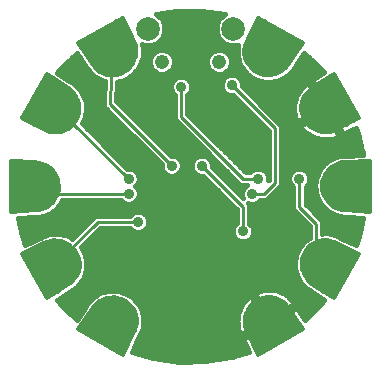
<source format=gbl>
G75*
%MOIN*%
%OFA0B0*%
%FSLAX24Y24*%
%IPPOS*%
%LPD*%
%AMOC8*
5,1,8,0,0,1.08239X$1,22.5*
%
%ADD10C,0.0476*%
%ADD11C,0.0787*%
%ADD12C,0.1266*%
%ADD13C,0.0120*%
%ADD14C,0.0350*%
%ADD15C,0.0100*%
%ADD16C,0.0160*%
D10*
X005225Y010328D03*
X007135Y010328D03*
D11*
X007601Y011430D03*
X004759Y011430D03*
D12*
X003580Y010680D03*
X001680Y008780D03*
X000993Y006180D03*
X001680Y003580D03*
X003580Y001680D03*
X008780Y001680D03*
X010680Y003580D03*
X011368Y006180D03*
X010680Y008780D03*
X008780Y010680D03*
D13*
X009357Y010134D02*
X008190Y010134D01*
X008181Y010142D02*
X008274Y010056D01*
X008380Y009987D01*
X008494Y009935D01*
X008614Y009902D01*
X008738Y009887D01*
X008863Y009891D01*
X008985Y009914D01*
X009103Y009955D01*
X009213Y010014D01*
X009313Y010089D01*
X009400Y010178D01*
X009473Y010280D01*
X009916Y010948D01*
X008444Y011798D01*
X008087Y011080D01*
X008030Y010967D01*
X007992Y010847D01*
X007974Y010722D01*
X007977Y010595D01*
X007999Y010471D01*
X008042Y010352D01*
X008103Y010241D01*
X008181Y010142D01*
X008097Y010253D02*
X009453Y010253D01*
X009533Y010371D02*
X008035Y010371D01*
X007996Y010490D02*
X009612Y010490D01*
X009691Y010608D02*
X007976Y010608D01*
X007975Y010727D02*
X009769Y010727D01*
X009848Y010845D02*
X007992Y010845D01*
X008029Y010964D02*
X009889Y010964D01*
X009684Y011082D02*
X008088Y011082D01*
X008147Y011201D02*
X009478Y011201D01*
X009273Y011319D02*
X008206Y011319D01*
X008265Y011438D02*
X009068Y011438D01*
X008863Y011556D02*
X008324Y011556D01*
X008383Y011675D02*
X008657Y011675D01*
X008452Y011793D02*
X008441Y011793D01*
X008337Y010016D02*
X009215Y010016D01*
X008896Y009897D02*
X008653Y009897D01*
X009899Y008989D02*
X009877Y008865D01*
X009874Y008738D01*
X009892Y008613D01*
X009930Y008493D01*
X009987Y008380D01*
X010060Y008278D01*
X010147Y008189D01*
X010247Y008114D01*
X010357Y008055D01*
X010475Y008014D01*
X010597Y007991D01*
X010722Y007987D01*
X010846Y008002D01*
X010966Y008035D01*
X011080Y008087D01*
X011798Y008444D01*
X010948Y009916D01*
X010280Y009473D01*
X010174Y009404D01*
X010081Y009318D01*
X010003Y009219D01*
X009942Y009108D01*
X009899Y008989D01*
X009892Y008949D02*
X011506Y008949D01*
X011438Y009068D02*
X009927Y009068D01*
X009985Y009186D02*
X011369Y009186D01*
X011301Y009305D02*
X010070Y009305D01*
X010204Y009423D02*
X011233Y009423D01*
X011164Y009542D02*
X010383Y009542D01*
X010562Y009660D02*
X011096Y009660D01*
X011027Y009779D02*
X010741Y009779D01*
X010919Y009897D02*
X010959Y009897D01*
X011575Y008831D02*
X009876Y008831D01*
X009878Y008712D02*
X011643Y008712D01*
X011711Y008594D02*
X009899Y008594D01*
X009939Y008475D02*
X011780Y008475D01*
X011622Y008357D02*
X010004Y008357D01*
X010099Y008238D02*
X011384Y008238D01*
X011145Y008120D02*
X010240Y008120D01*
X010542Y008001D02*
X010840Y008001D01*
X011118Y006945D02*
X011241Y006973D01*
X011368Y006980D01*
X012168Y007030D01*
X012168Y005330D01*
X011368Y005380D01*
X011243Y005392D01*
X011122Y005423D01*
X011007Y005472D01*
X010901Y005538D01*
X010807Y005619D01*
X010725Y005714D01*
X010659Y005820D01*
X010610Y005935D01*
X010580Y006056D01*
X010568Y006180D01*
X010575Y006306D01*
X010602Y006430D01*
X010649Y006547D01*
X010714Y006655D01*
X010796Y006751D01*
X010892Y006833D01*
X011001Y006899D01*
X011118Y006945D01*
X011091Y006935D02*
X012168Y006935D01*
X012168Y006816D02*
X010872Y006816D01*
X010750Y006698D02*
X012168Y006698D01*
X012168Y006579D02*
X010668Y006579D01*
X010614Y006461D02*
X012168Y006461D01*
X012168Y006342D02*
X010583Y006342D01*
X010570Y006224D02*
X012168Y006224D01*
X012168Y006105D02*
X010575Y006105D01*
X010597Y005987D02*
X012168Y005987D01*
X012168Y005868D02*
X010639Y005868D01*
X010703Y005750D02*
X012168Y005750D01*
X012168Y005631D02*
X010796Y005631D01*
X010942Y005513D02*
X012168Y005513D01*
X012168Y005394D02*
X011236Y005394D01*
X010847Y004368D02*
X010722Y004386D01*
X010595Y004383D01*
X010471Y004361D01*
X010352Y004318D01*
X010241Y004257D01*
X010142Y004179D01*
X010056Y004086D01*
X009987Y003980D01*
X009935Y003866D01*
X009902Y003746D01*
X009887Y003622D01*
X009891Y003497D01*
X009914Y003375D01*
X009955Y003257D01*
X010014Y003147D01*
X010089Y003047D01*
X010178Y002960D01*
X010280Y002887D01*
X010948Y002444D01*
X011798Y003916D01*
X011080Y004273D01*
X010967Y004330D01*
X010847Y004368D01*
X010972Y004328D02*
X010378Y004328D01*
X010180Y004209D02*
X011208Y004209D01*
X011447Y004091D02*
X010061Y004091D01*
X009984Y003972D02*
X011685Y003972D01*
X011762Y003854D02*
X009932Y003854D01*
X009900Y003735D02*
X011693Y003735D01*
X011625Y003617D02*
X009887Y003617D01*
X009891Y003498D02*
X011556Y003498D01*
X011488Y003380D02*
X009913Y003380D01*
X009954Y003261D02*
X011420Y003261D01*
X011351Y003143D02*
X010017Y003143D01*
X010113Y003024D02*
X011283Y003024D01*
X011214Y002906D02*
X010254Y002906D01*
X010431Y002787D02*
X011146Y002787D01*
X011078Y002669D02*
X010609Y002669D01*
X010788Y002550D02*
X011009Y002550D01*
X009916Y001412D02*
X008444Y000562D01*
X008087Y001280D01*
X008035Y001394D01*
X008002Y001514D01*
X007987Y001638D01*
X007991Y001763D01*
X008014Y001885D01*
X008055Y002003D01*
X008114Y002113D01*
X008189Y002213D01*
X008278Y002300D01*
X008380Y002373D01*
X008493Y002430D01*
X008613Y002468D01*
X008738Y002486D01*
X008865Y002483D01*
X008989Y002461D01*
X009108Y002418D01*
X009219Y002357D01*
X009318Y002279D01*
X009404Y002186D01*
X009473Y002080D01*
X009916Y001412D01*
X009869Y001484D02*
X008010Y001484D01*
X007991Y001602D02*
X009790Y001602D01*
X009711Y001721D02*
X007989Y001721D01*
X008005Y001839D02*
X009633Y001839D01*
X009554Y001958D02*
X008039Y001958D01*
X008094Y002076D02*
X009475Y002076D01*
X009395Y002195D02*
X008175Y002195D01*
X008296Y002313D02*
X009275Y002313D01*
X009071Y002432D02*
X008499Y002432D01*
X008049Y001365D02*
X009834Y001365D01*
X009629Y001247D02*
X008104Y001247D01*
X008163Y001128D02*
X009424Y001128D01*
X009219Y001010D02*
X008222Y001010D01*
X008280Y000891D02*
X009013Y000891D01*
X008808Y000773D02*
X008339Y000773D01*
X008398Y000654D02*
X008603Y000654D01*
X004368Y001513D02*
X004386Y001638D01*
X004383Y001765D01*
X004361Y001889D01*
X004318Y002008D01*
X004257Y002119D01*
X004179Y002218D01*
X004086Y002304D01*
X003980Y002373D01*
X003866Y002425D01*
X003746Y002458D01*
X003622Y002473D01*
X003497Y002469D01*
X003375Y002446D01*
X003257Y002405D01*
X003147Y002346D01*
X003047Y002271D01*
X002960Y002182D01*
X002887Y002080D01*
X002444Y001412D01*
X003916Y000562D01*
X004273Y001280D01*
X004330Y001393D01*
X004368Y001513D01*
X004358Y001484D02*
X002491Y001484D01*
X002526Y001365D02*
X004316Y001365D01*
X004256Y001247D02*
X002731Y001247D01*
X002936Y001128D02*
X004197Y001128D01*
X004138Y001010D02*
X003141Y001010D01*
X003347Y000891D02*
X004080Y000891D01*
X004021Y000773D02*
X003552Y000773D01*
X003757Y000654D02*
X003962Y000654D01*
X004380Y001602D02*
X002570Y001602D01*
X002649Y001721D02*
X004384Y001721D01*
X004370Y001839D02*
X002727Y001839D01*
X002806Y001958D02*
X004336Y001958D01*
X004281Y002076D02*
X002885Y002076D01*
X002972Y002195D02*
X004197Y002195D01*
X004071Y002313D02*
X003103Y002313D01*
X003333Y002432D02*
X003841Y002432D01*
X002461Y003371D02*
X002483Y003495D01*
X002486Y003622D01*
X002468Y003747D01*
X002430Y003867D01*
X002373Y003980D01*
X002300Y004082D01*
X002213Y004171D01*
X002113Y004246D01*
X002003Y004305D01*
X001885Y004346D01*
X001763Y004369D01*
X001638Y004373D01*
X001514Y004358D01*
X001394Y004325D01*
X001280Y004273D01*
X000562Y003916D01*
X001412Y002444D01*
X002080Y002887D01*
X002186Y002956D01*
X002279Y003042D01*
X002357Y003141D01*
X002418Y003252D01*
X002461Y003371D01*
X002462Y003380D02*
X000872Y003380D01*
X000804Y003498D02*
X002483Y003498D01*
X002486Y003617D02*
X000735Y003617D01*
X000667Y003735D02*
X002469Y003735D01*
X002434Y003854D02*
X000598Y003854D01*
X000675Y003972D02*
X002377Y003972D01*
X002292Y004091D02*
X000913Y004091D01*
X001152Y004209D02*
X002162Y004209D01*
X001939Y004328D02*
X001404Y004328D01*
X001150Y005394D02*
X000193Y005394D01*
X000193Y005330D02*
X000193Y007030D01*
X000993Y006980D01*
X001117Y006968D01*
X001238Y006937D01*
X001353Y006888D01*
X001459Y006822D01*
X001553Y006741D01*
X001635Y006646D01*
X001701Y006540D01*
X001750Y006425D01*
X001780Y006304D01*
X001793Y006180D01*
X001785Y006054D01*
X001758Y005930D01*
X001711Y005813D01*
X001646Y005705D01*
X001564Y005609D01*
X001468Y005527D01*
X001359Y005461D01*
X001242Y005415D01*
X001119Y005387D01*
X000993Y005380D01*
X000193Y005330D01*
X000193Y005513D02*
X001444Y005513D01*
X001583Y005631D02*
X000193Y005631D01*
X000193Y005750D02*
X001673Y005750D01*
X001733Y005868D02*
X000193Y005868D01*
X000193Y005987D02*
X001770Y005987D01*
X001788Y006105D02*
X000193Y006105D01*
X000193Y006224D02*
X001788Y006224D01*
X001771Y006342D02*
X000193Y006342D01*
X000193Y006461D02*
X001735Y006461D01*
X001676Y006579D02*
X000193Y006579D01*
X000193Y006698D02*
X001591Y006698D01*
X001466Y006816D02*
X000193Y006816D01*
X000193Y006935D02*
X001244Y006935D01*
X001513Y007992D02*
X001393Y008030D01*
X001280Y008087D01*
X000562Y008444D01*
X001412Y009916D01*
X002080Y009473D01*
X002182Y009400D01*
X002271Y009313D01*
X002346Y009213D01*
X002405Y009103D01*
X002446Y008985D01*
X002469Y008863D01*
X002473Y008738D01*
X002458Y008614D01*
X002425Y008494D01*
X002373Y008380D01*
X002304Y008274D01*
X002218Y008181D01*
X002119Y008103D01*
X002008Y008042D01*
X001889Y007999D01*
X001765Y007977D01*
X001638Y007974D01*
X001513Y007992D01*
X001486Y008001D02*
X001894Y008001D01*
X002140Y008120D02*
X001215Y008120D01*
X000976Y008238D02*
X002270Y008238D01*
X002357Y008357D02*
X000738Y008357D01*
X000580Y008475D02*
X002416Y008475D01*
X002453Y008594D02*
X000649Y008594D01*
X000717Y008712D02*
X002470Y008712D01*
X002470Y008831D02*
X000785Y008831D01*
X000854Y008949D02*
X002453Y008949D01*
X002417Y009068D02*
X000922Y009068D01*
X000991Y009186D02*
X002360Y009186D01*
X002277Y009305D02*
X001059Y009305D01*
X001127Y009423D02*
X002150Y009423D01*
X001977Y009542D02*
X001196Y009542D01*
X001264Y009660D02*
X001798Y009660D01*
X001619Y009779D02*
X001333Y009779D01*
X001401Y009897D02*
X001441Y009897D01*
X002444Y010948D02*
X003916Y011798D01*
X004273Y011080D01*
X004325Y010966D01*
X004358Y010846D01*
X004373Y010722D01*
X004369Y010597D01*
X004346Y010475D01*
X004305Y010357D01*
X004246Y010247D01*
X004171Y010147D01*
X004082Y010060D01*
X003980Y009987D01*
X003867Y009930D01*
X003747Y009892D01*
X003622Y009874D01*
X003495Y009877D01*
X003371Y009899D01*
X003252Y009942D01*
X003141Y010003D01*
X003042Y010081D01*
X002956Y010174D01*
X002887Y010280D01*
X002444Y010948D01*
X002471Y010964D02*
X004325Y010964D01*
X004358Y010845D02*
X002512Y010845D01*
X002591Y010727D02*
X004373Y010727D01*
X004370Y010608D02*
X002669Y010608D01*
X002748Y010490D02*
X004349Y010490D01*
X004310Y010371D02*
X002827Y010371D01*
X002905Y010253D02*
X004249Y010253D01*
X004158Y010134D02*
X002993Y010134D01*
X003125Y010016D02*
X004020Y010016D01*
X003762Y009897D02*
X003384Y009897D01*
X002676Y011082D02*
X004272Y011082D01*
X004213Y011201D02*
X002882Y011201D01*
X003087Y011319D02*
X004154Y011319D01*
X004095Y011438D02*
X003292Y011438D01*
X003497Y011556D02*
X004036Y011556D01*
X003977Y011675D02*
X003703Y011675D01*
X003908Y011793D02*
X003919Y011793D01*
X002421Y003261D02*
X000940Y003261D01*
X001009Y003143D02*
X002358Y003143D01*
X002259Y003024D02*
X001077Y003024D01*
X001146Y002906D02*
X002108Y002906D01*
X001929Y002787D02*
X001214Y002787D01*
X001282Y002669D02*
X001751Y002669D01*
X001572Y002550D02*
X001351Y002550D01*
D14*
X004430Y004993D03*
X004118Y005930D03*
X004118Y006430D03*
X005555Y006868D03*
X006055Y006868D03*
X006555Y006868D03*
X008243Y006930D03*
X008430Y006430D03*
X008243Y005930D03*
X007930Y004680D03*
X007180Y003680D03*
X009618Y004680D03*
X009805Y006430D03*
X007555Y009555D03*
X007555Y009993D03*
X005868Y009493D03*
X004805Y008805D03*
D15*
X005868Y008493D02*
X005868Y009493D01*
X005868Y008493D02*
X007930Y006430D01*
X008430Y006430D01*
X008243Y005930D02*
X008618Y005930D01*
X008993Y006305D01*
X008993Y008118D01*
X007555Y009555D01*
X006555Y006868D02*
X007936Y005487D01*
X007936Y004686D01*
X007930Y004680D01*
X009805Y005493D02*
X010368Y004930D01*
X010368Y003743D01*
X010680Y003580D01*
X009805Y005493D02*
X009805Y006430D01*
X005555Y006868D02*
X003493Y008930D01*
X003580Y010680D01*
X002180Y008430D02*
X001680Y008780D01*
X002180Y008430D02*
X002180Y008368D01*
X004118Y006430D01*
X004118Y005930D02*
X001243Y005930D01*
X000993Y006180D01*
X003093Y004993D02*
X001680Y003580D01*
X002055Y003805D01*
X003093Y004993D02*
X004430Y004993D01*
D16*
X002624Y002082D02*
X002000Y002082D01*
X001917Y002158D02*
X001729Y002390D01*
X002201Y002704D01*
X002247Y002734D01*
X002267Y002733D01*
X002321Y002782D01*
X002383Y002822D01*
X002385Y002833D01*
X002395Y002834D01*
X002441Y002892D01*
X002495Y002941D01*
X002495Y002952D01*
X002505Y002955D01*
X002541Y003019D01*
X002586Y003077D01*
X002585Y003087D01*
X002595Y003092D01*
X002619Y003161D01*
X002655Y003225D01*
X002652Y003236D01*
X002661Y003242D01*
X002674Y003314D01*
X002698Y003383D01*
X002694Y003392D01*
X002702Y003400D01*
X002703Y003473D01*
X002716Y003545D01*
X002710Y003554D01*
X002716Y003563D01*
X002706Y003635D01*
X002707Y003708D01*
X002700Y003716D01*
X002705Y003726D01*
X002683Y003796D01*
X002672Y003868D01*
X002664Y003875D01*
X002667Y003885D01*
X002634Y003950D01*
X002612Y004020D01*
X002603Y004025D01*
X002605Y004034D01*
X002562Y004094D01*
X002538Y004141D01*
X003179Y004783D01*
X004166Y004783D01*
X004240Y004709D01*
X004363Y004658D01*
X004497Y004658D01*
X004620Y004709D01*
X004714Y004803D01*
X004765Y004926D01*
X004765Y005059D01*
X004714Y005182D01*
X004620Y005276D01*
X004497Y005327D01*
X004363Y005327D01*
X004240Y005276D01*
X004166Y005202D01*
X003006Y005202D01*
X002234Y004431D01*
X002232Y004432D01*
X002173Y004477D01*
X002165Y004476D01*
X002162Y004482D01*
X002092Y004507D01*
X002027Y004542D01*
X002020Y004540D01*
X002015Y004546D01*
X001942Y004559D01*
X001872Y004584D01*
X001866Y004581D01*
X001861Y004586D01*
X001787Y004589D01*
X001714Y004602D01*
X001708Y004598D01*
X001702Y004603D01*
X001628Y004594D01*
X001554Y004596D01*
X001548Y004591D01*
X001542Y004595D01*
X001471Y004575D01*
X001397Y004566D01*
X001392Y004560D01*
X001386Y004563D01*
X001318Y004532D01*
X001246Y004512D01*
X001239Y004498D01*
X001185Y004472D01*
X001106Y004435D01*
X001104Y004431D01*
X000671Y004216D01*
X000594Y004406D01*
X000424Y005124D01*
X001006Y005160D01*
X001060Y005163D01*
X001077Y005153D01*
X001149Y005169D01*
X001222Y005173D01*
X001229Y005181D01*
X001239Y005176D01*
X001307Y005204D01*
X001379Y005220D01*
X001384Y005229D01*
X001395Y005226D01*
X001458Y005264D01*
X001526Y005291D01*
X001530Y005301D01*
X001541Y005300D01*
X001596Y005348D01*
X001659Y005385D01*
X001662Y005396D01*
X001673Y005397D01*
X001720Y005452D01*
X001776Y005500D01*
X001777Y005511D01*
X001787Y005513D01*
X001825Y005576D01*
X001872Y005632D01*
X001872Y005643D01*
X001881Y005647D01*
X001909Y005715D01*
X001912Y005720D01*
X003854Y005720D01*
X003928Y005646D01*
X004051Y005595D01*
X004184Y005595D01*
X004307Y005646D01*
X004401Y005740D01*
X004452Y005863D01*
X004452Y005997D01*
X004401Y006120D01*
X004341Y006180D01*
X004401Y006240D01*
X004452Y006363D01*
X004452Y006497D01*
X004401Y006620D01*
X004307Y006714D01*
X004184Y006765D01*
X004079Y006765D01*
X002568Y008276D01*
X002607Y008336D01*
X002605Y008343D01*
X002612Y008346D01*
X002632Y008418D01*
X002663Y008486D01*
X002660Y008492D01*
X002666Y008497D01*
X002675Y008571D01*
X002695Y008642D01*
X002691Y008648D01*
X002696Y008654D01*
X002694Y008728D01*
X002703Y008802D01*
X002698Y008808D01*
X002702Y008814D01*
X002689Y008887D01*
X002686Y008961D01*
X002681Y008966D01*
X002684Y008972D01*
X002659Y009042D01*
X002646Y009115D01*
X002640Y009120D01*
X002642Y009127D01*
X002607Y009192D01*
X002582Y009262D01*
X002576Y009265D01*
X002577Y009273D01*
X002532Y009332D01*
X002497Y009397D01*
X002490Y009399D01*
X002490Y009407D01*
X002437Y009459D01*
X002392Y009518D01*
X002385Y009519D01*
X002384Y009526D01*
X002323Y009569D01*
X002270Y009621D01*
X002254Y009621D01*
X002205Y009654D01*
X002134Y009705D01*
X002129Y009704D01*
X001726Y009972D01*
X001851Y010130D01*
X002387Y010636D01*
X002704Y010159D01*
X002734Y010113D01*
X002733Y010093D01*
X002782Y010039D01*
X002822Y009977D01*
X002833Y009975D01*
X002834Y009965D01*
X002892Y009919D01*
X002941Y009865D01*
X002952Y009865D01*
X002955Y009855D01*
X003019Y009819D01*
X003077Y009774D01*
X003087Y009775D01*
X003092Y009765D01*
X003161Y009741D01*
X003225Y009705D01*
X003236Y009708D01*
X003242Y009699D01*
X003314Y009686D01*
X003320Y009684D01*
X003287Y009021D01*
X003283Y009017D01*
X003283Y008935D01*
X003278Y008854D01*
X003283Y008849D01*
X003283Y008843D01*
X003340Y008785D01*
X003395Y008725D01*
X003401Y008724D01*
X005220Y006906D01*
X005220Y006801D01*
X005271Y006678D01*
X005365Y006584D01*
X005488Y006533D01*
X005622Y006533D01*
X005745Y006584D01*
X005839Y006678D01*
X005890Y006801D01*
X005890Y006934D01*
X005839Y007057D01*
X005745Y007151D01*
X005622Y007202D01*
X005517Y007202D01*
X003707Y009013D01*
X003739Y009659D01*
X003796Y009677D01*
X003868Y009688D01*
X003875Y009696D01*
X003885Y009693D01*
X003950Y009726D01*
X004020Y009748D01*
X004025Y009757D01*
X004034Y009755D01*
X004094Y009798D01*
X004160Y009832D01*
X004163Y009839D01*
X004170Y009839D01*
X004223Y009891D01*
X004284Y009934D01*
X004285Y009941D01*
X004292Y009942D01*
X004337Y010001D01*
X004390Y010053D01*
X004390Y010061D01*
X004397Y010063D01*
X004432Y010128D01*
X004477Y010187D01*
X004476Y010195D01*
X004482Y010198D01*
X004507Y010268D01*
X004542Y010333D01*
X004540Y010340D01*
X004546Y010345D01*
X004559Y010418D01*
X004584Y010488D01*
X004581Y010494D01*
X004586Y010499D01*
X004589Y010573D01*
X004602Y010646D01*
X004598Y010652D01*
X004603Y010658D01*
X004594Y010732D01*
X004596Y010806D01*
X004591Y010812D01*
X004595Y010818D01*
X004575Y010889D01*
X004572Y010908D01*
X004649Y010876D01*
X004869Y010876D01*
X005072Y010961D01*
X005228Y011116D01*
X005312Y011320D01*
X005312Y011540D01*
X005228Y011744D01*
X005072Y011899D01*
X005034Y011915D01*
X005693Y012021D01*
X006569Y012028D01*
X007335Y011919D01*
X007288Y011899D01*
X007132Y011744D01*
X007048Y011540D01*
X007048Y011320D01*
X007132Y011116D01*
X007288Y010961D01*
X007491Y010876D01*
X007711Y010876D01*
X007778Y010904D01*
X007777Y010896D01*
X007755Y010826D01*
X007760Y010816D01*
X007753Y010808D01*
X007754Y010735D01*
X007744Y010663D01*
X007750Y010654D01*
X007744Y010645D01*
X007757Y010573D01*
X007758Y010500D01*
X007766Y010492D01*
X007762Y010483D01*
X007786Y010414D01*
X007799Y010342D01*
X007808Y010336D01*
X007805Y010325D01*
X007841Y010261D01*
X007865Y010192D01*
X007875Y010187D01*
X007874Y010177D01*
X007919Y010119D01*
X007955Y010055D01*
X007965Y010052D01*
X007965Y010041D01*
X008019Y009992D01*
X008065Y009934D01*
X008075Y009933D01*
X008077Y009922D01*
X008139Y009882D01*
X008193Y009833D01*
X008203Y009833D01*
X008206Y009825D01*
X008274Y009794D01*
X008336Y009753D01*
X008343Y009755D01*
X008346Y009748D01*
X008418Y009728D01*
X008486Y009697D01*
X008492Y009700D01*
X008497Y009694D01*
X008571Y009685D01*
X008642Y009665D01*
X008648Y009669D01*
X008654Y009664D01*
X008728Y009666D01*
X008802Y009657D01*
X008808Y009662D01*
X008814Y009658D01*
X008887Y009671D01*
X008961Y009674D01*
X008966Y009679D01*
X008972Y009676D01*
X009042Y009701D01*
X009115Y009714D01*
X009120Y009720D01*
X009127Y009718D01*
X009192Y009753D01*
X009262Y009778D01*
X009265Y009784D01*
X009273Y009783D01*
X009332Y009828D01*
X009397Y009863D01*
X009399Y009870D01*
X009407Y009870D01*
X009459Y009923D01*
X009518Y009968D01*
X009519Y009975D01*
X009526Y009976D01*
X009569Y010037D01*
X009621Y010090D01*
X009621Y010106D01*
X009654Y010155D01*
X009705Y010226D01*
X009704Y010231D01*
X009971Y010633D01*
X010443Y010202D01*
X010618Y009986D01*
X010227Y009725D01*
X010709Y008889D01*
X010571Y008809D01*
X010651Y008671D01*
X010789Y008751D01*
X011272Y007915D01*
X011545Y008052D01*
X011545Y008052D01*
X011696Y008127D01*
X011766Y007954D01*
X011936Y007236D01*
X011354Y007200D01*
X011300Y007197D01*
X011283Y007207D01*
X011211Y007191D01*
X011138Y007187D01*
X011131Y007179D01*
X011121Y007184D01*
X011053Y007156D01*
X010981Y007140D01*
X010976Y007131D01*
X010965Y007134D01*
X010902Y007096D01*
X010834Y007069D01*
X010830Y007059D01*
X010819Y007060D01*
X010764Y007012D01*
X010701Y006975D01*
X010698Y006964D01*
X010687Y006963D01*
X010640Y006908D01*
X010584Y006860D01*
X010583Y006849D01*
X010573Y006847D01*
X010535Y006784D01*
X010488Y006728D01*
X010488Y006717D01*
X010479Y006713D01*
X010451Y006645D01*
X010414Y006582D01*
X010416Y006572D01*
X010407Y006566D01*
X010391Y006495D01*
X010364Y006427D01*
X010368Y006417D01*
X010360Y006410D01*
X010356Y006336D01*
X010340Y006265D01*
X010346Y006256D01*
X010340Y006249D01*
X010347Y006176D01*
X010343Y006101D01*
X010348Y006096D01*
X010344Y006090D01*
X010362Y006018D01*
X010369Y005944D01*
X010375Y005939D01*
X010372Y005932D01*
X010401Y005864D01*
X010420Y005792D01*
X010426Y005788D01*
X010424Y005781D01*
X010464Y005718D01*
X010493Y005650D01*
X010499Y005647D01*
X010499Y005640D01*
X010547Y005583D01*
X010586Y005520D01*
X010594Y005519D01*
X010594Y005511D01*
X010651Y005463D01*
X010699Y005407D01*
X010706Y005406D01*
X010708Y005399D01*
X010771Y005360D01*
X010827Y005311D01*
X010835Y005312D01*
X010837Y005305D01*
X010906Y005276D01*
X010969Y005237D01*
X010976Y005239D01*
X010980Y005232D01*
X011052Y005214D01*
X011120Y005185D01*
X011127Y005188D01*
X011131Y005182D01*
X011205Y005175D01*
X011277Y005156D01*
X011291Y005164D01*
X011350Y005161D01*
X011437Y005152D01*
X011440Y005155D01*
X011932Y005124D01*
X011795Y004499D01*
X011687Y004217D01*
X011179Y004470D01*
X011129Y004494D01*
X011120Y004512D01*
X011050Y004534D01*
X010985Y004567D01*
X010975Y004564D01*
X010968Y004572D01*
X010896Y004583D01*
X010826Y004605D01*
X010816Y004600D01*
X010808Y004607D01*
X010735Y004606D01*
X010663Y004616D01*
X010654Y004610D01*
X010645Y004616D01*
X010577Y004604D01*
X010577Y005017D01*
X010015Y005579D01*
X010015Y006166D01*
X010089Y006240D01*
X010140Y006363D01*
X010140Y006497D01*
X010089Y006620D01*
X009995Y006714D01*
X009872Y006765D01*
X009738Y006765D01*
X009615Y006714D01*
X009521Y006620D01*
X009470Y006497D01*
X009470Y006363D01*
X009521Y006240D01*
X009595Y006166D01*
X009595Y005406D01*
X010158Y004843D01*
X010158Y004471D01*
X010119Y004441D01*
X010055Y004405D01*
X010052Y004395D01*
X010041Y004395D01*
X009992Y004341D01*
X009934Y004295D01*
X009933Y004285D01*
X009922Y004283D01*
X009882Y004221D01*
X009833Y004167D01*
X009833Y004157D01*
X009825Y004154D01*
X009794Y004086D01*
X009753Y004024D01*
X009755Y004017D01*
X009748Y004014D01*
X009728Y003942D01*
X009697Y003874D01*
X009700Y003868D01*
X009694Y003863D01*
X009685Y003789D01*
X009665Y003718D01*
X009669Y003712D01*
X009664Y003706D01*
X009666Y003632D01*
X009657Y003558D01*
X009662Y003552D01*
X009658Y003546D01*
X009671Y003473D01*
X009674Y003399D01*
X009679Y003394D01*
X009676Y003388D01*
X009701Y003318D01*
X009714Y003245D01*
X009720Y003240D01*
X009718Y003233D01*
X009753Y003168D01*
X009778Y003098D01*
X009784Y003095D01*
X009783Y003087D01*
X009828Y003028D01*
X009863Y002963D01*
X009870Y002961D01*
X009870Y002953D01*
X009923Y002901D01*
X009968Y002842D01*
X009975Y002841D01*
X009976Y002834D01*
X010037Y002791D01*
X010090Y002739D01*
X010106Y002739D01*
X010155Y002706D01*
X010226Y002655D01*
X010231Y002656D01*
X010634Y002388D01*
X010509Y002230D01*
X009988Y001738D01*
X009725Y002133D01*
X008889Y001651D01*
X008809Y001789D01*
X008671Y001709D01*
X008751Y001571D01*
X007915Y001088D01*
X008052Y000815D01*
X008052Y000815D01*
X008125Y000666D01*
X007532Y000477D01*
X006667Y000339D01*
X005791Y000332D01*
X004924Y000455D01*
X004214Y000668D01*
X004470Y001181D01*
X004494Y001231D01*
X004512Y001240D01*
X004534Y001310D01*
X004567Y001375D01*
X004564Y001385D01*
X004572Y001392D01*
X004583Y001464D01*
X004605Y001534D01*
X004600Y001544D01*
X004607Y001552D01*
X004606Y001625D01*
X004616Y001697D01*
X004610Y001706D01*
X004616Y001715D01*
X004603Y001787D01*
X004602Y001860D01*
X004594Y001868D01*
X004598Y001877D01*
X004574Y001946D01*
X004561Y002018D01*
X004552Y002024D01*
X004555Y002035D01*
X004519Y002099D01*
X004495Y002168D01*
X004485Y002173D01*
X004486Y002183D01*
X004441Y002241D01*
X004405Y002305D01*
X004395Y002308D01*
X004395Y002319D01*
X004341Y002368D01*
X004295Y002426D01*
X004285Y002427D01*
X004283Y002438D01*
X004221Y002478D01*
X004167Y002527D01*
X004157Y002527D01*
X004154Y002535D01*
X004086Y002566D01*
X004024Y002607D01*
X004017Y002605D01*
X004014Y002612D01*
X003942Y002632D01*
X003874Y002663D01*
X003868Y002660D01*
X003863Y002666D01*
X003789Y002675D01*
X003718Y002695D01*
X003712Y002691D01*
X003706Y002696D01*
X003632Y002694D01*
X003558Y002703D01*
X003552Y002698D01*
X003546Y002702D01*
X003473Y002689D01*
X003399Y002686D01*
X003394Y002681D01*
X003388Y002684D01*
X003318Y002659D01*
X003245Y002646D01*
X003240Y002640D01*
X003233Y002642D01*
X003168Y002607D01*
X003098Y002582D01*
X003095Y002576D01*
X003087Y002577D01*
X003028Y002532D01*
X002963Y002497D01*
X002961Y002490D01*
X002953Y002490D01*
X002901Y002437D01*
X002842Y002392D01*
X002841Y002385D01*
X002834Y002384D01*
X002791Y002323D01*
X002739Y002270D01*
X002739Y002254D01*
X002706Y002205D01*
X002655Y002134D01*
X002656Y002129D01*
X002389Y001727D01*
X001917Y002158D01*
X001850Y002241D02*
X002730Y002241D01*
X002851Y002399D02*
X001742Y002399D01*
X001981Y002558D02*
X003062Y002558D01*
X002552Y003033D02*
X009824Y003033D01*
X009943Y002875D02*
X002427Y002875D01*
X002220Y002716D02*
X008629Y002716D01*
X008641Y002718D02*
X008525Y002695D01*
X008415Y002659D01*
X008413Y002658D01*
X008413Y002658D01*
X008330Y002620D01*
X008809Y001789D01*
X009640Y002269D01*
X009587Y002343D01*
X009508Y002431D01*
X009508Y002431D01*
X009420Y002510D01*
X009323Y002578D01*
X009218Y002634D01*
X009108Y002677D01*
X008994Y002708D01*
X008877Y002725D01*
X008759Y002729D01*
X008641Y002718D01*
X008641Y002718D01*
X008525Y002695D02*
X008525Y002695D01*
X008366Y002558D02*
X004105Y002558D01*
X004316Y002399D02*
X008033Y002399D01*
X008016Y002382D02*
X008016Y002382D01*
X008104Y002469D01*
X008104Y002469D01*
X008192Y002538D01*
X008671Y001709D01*
X007842Y001231D01*
X007800Y001334D01*
X007800Y001334D01*
X007800Y001336D01*
X007767Y001454D01*
X007767Y001454D01*
X007748Y001577D01*
X007748Y001577D01*
X007744Y001702D01*
X007744Y001702D01*
X007755Y001826D01*
X007755Y001826D01*
X007780Y001948D01*
X007780Y001948D01*
X007819Y002066D01*
X007819Y002066D01*
X007870Y002174D01*
X007872Y002179D01*
X007872Y002179D01*
X007935Y002281D01*
X007938Y002285D01*
X007938Y002285D01*
X008013Y002379D01*
X008016Y002382D01*
X008016Y002382D01*
X007911Y002241D02*
X004441Y002241D01*
X004529Y002082D02*
X007827Y002082D01*
X007775Y001924D02*
X004582Y001924D01*
X004607Y001765D02*
X007750Y001765D01*
X007748Y001607D02*
X004606Y001607D01*
X004581Y001448D02*
X007769Y001448D01*
X007818Y001290D02*
X004528Y001290D01*
X004444Y001131D02*
X007989Y001131D01*
X007973Y000973D02*
X004366Y000973D01*
X004287Y000814D02*
X008053Y000814D01*
X008093Y000656D02*
X004255Y000656D01*
X004785Y000497D02*
X007594Y000497D01*
X007944Y001290D02*
X008264Y001290D01*
X008218Y001448D02*
X008538Y001448D01*
X008493Y001607D02*
X008730Y001607D01*
X008767Y001765D02*
X008639Y001765D01*
X008547Y001924D02*
X008732Y001924D01*
X008640Y002082D02*
X008456Y002082D01*
X008364Y002241D02*
X008549Y002241D01*
X008457Y002399D02*
X008273Y002399D01*
X008759Y002729D02*
X008759Y002729D01*
X008877Y002725D02*
X008877Y002725D01*
X008938Y002716D02*
X010140Y002716D01*
X010379Y002558D02*
X009351Y002558D01*
X009420Y002510D02*
X009420Y002510D01*
X009537Y002399D02*
X010618Y002399D01*
X010518Y002241D02*
X009591Y002241D01*
X009636Y002082D02*
X009316Y002082D01*
X009362Y001924D02*
X009042Y001924D01*
X009087Y001765D02*
X008823Y001765D01*
X009760Y002082D02*
X010353Y002082D01*
X010185Y001924D02*
X009865Y001924D01*
X009970Y001765D02*
X010017Y001765D01*
X008994Y002708D02*
X008994Y002708D01*
X009741Y003192D02*
X002636Y003192D01*
X002687Y003350D02*
X009689Y003350D01*
X009665Y003509D02*
X002709Y003509D01*
X002707Y003667D02*
X009665Y003667D01*
X009690Y003826D02*
X002679Y003826D01*
X002624Y003984D02*
X009740Y003984D01*
X009819Y004143D02*
X002539Y004143D01*
X002698Y004301D02*
X009941Y004301D01*
X010143Y004460D02*
X008183Y004460D01*
X008214Y004490D02*
X008265Y004613D01*
X008265Y004747D01*
X008214Y004870D01*
X008146Y004938D01*
X008146Y005574D01*
X008088Y005631D01*
X008176Y005595D01*
X008309Y005595D01*
X008432Y005646D01*
X008506Y005720D01*
X008704Y005720D01*
X009079Y006095D01*
X009202Y006218D01*
X009202Y008204D01*
X007890Y009517D01*
X007890Y009622D01*
X007839Y009745D01*
X007745Y009839D01*
X007622Y009890D01*
X007488Y009890D01*
X007365Y009839D01*
X007271Y009745D01*
X007220Y009622D01*
X007220Y009488D01*
X007271Y009365D01*
X007365Y009271D01*
X007488Y009220D01*
X007593Y009220D01*
X008783Y008031D01*
X008783Y006392D01*
X008765Y006374D01*
X008765Y006497D01*
X008714Y006620D01*
X008620Y006714D01*
X008497Y006765D01*
X008363Y006765D01*
X008240Y006714D01*
X008166Y006640D01*
X008017Y006640D01*
X006077Y008579D01*
X006077Y009229D01*
X006151Y009303D01*
X006202Y009426D01*
X006202Y009559D01*
X006151Y009682D01*
X006057Y009776D01*
X005934Y009827D01*
X005801Y009827D01*
X005678Y009776D01*
X005584Y009682D01*
X005533Y009559D01*
X005533Y009426D01*
X005584Y009303D01*
X005658Y009229D01*
X005658Y008406D01*
X007843Y006220D01*
X008067Y006220D01*
X008053Y006214D01*
X007959Y006120D01*
X007908Y005997D01*
X007908Y005863D01*
X007944Y005776D01*
X006890Y006829D01*
X006890Y006934D01*
X006839Y007057D01*
X006745Y007151D01*
X006622Y007202D01*
X006488Y007202D01*
X006365Y007151D01*
X006271Y007057D01*
X006220Y006934D01*
X006220Y006801D01*
X006271Y006678D01*
X006365Y006584D01*
X006488Y006533D01*
X006593Y006533D01*
X007726Y005400D01*
X007726Y004950D01*
X007646Y004870D01*
X007595Y004747D01*
X007595Y004613D01*
X007646Y004490D01*
X007740Y004396D01*
X007863Y004345D01*
X007997Y004345D01*
X008120Y004396D01*
X008214Y004490D01*
X008265Y004618D02*
X010158Y004618D01*
X010158Y004777D02*
X008253Y004777D01*
X008149Y004935D02*
X010066Y004935D01*
X009907Y005094D02*
X008146Y005094D01*
X008146Y005252D02*
X009749Y005252D01*
X009595Y005411D02*
X008146Y005411D01*
X008146Y005569D02*
X009595Y005569D01*
X009595Y005728D02*
X008712Y005728D01*
X008870Y005886D02*
X009595Y005886D01*
X009595Y006045D02*
X009029Y006045D01*
X009187Y006203D02*
X009558Y006203D01*
X009471Y006362D02*
X009202Y006362D01*
X009202Y006520D02*
X009480Y006520D01*
X009580Y006679D02*
X009202Y006679D01*
X009202Y006837D02*
X010567Y006837D01*
X010735Y006996D02*
X009202Y006996D01*
X009202Y007154D02*
X011042Y007154D01*
X010906Y007767D02*
X010783Y007748D01*
X010783Y007748D01*
X010658Y007744D01*
X010658Y007744D01*
X010534Y007755D01*
X010534Y007755D01*
X010412Y007780D01*
X010412Y007780D01*
X010294Y007819D01*
X010294Y007819D01*
X010227Y007851D01*
X010181Y007872D01*
X010181Y007872D01*
X010114Y007914D01*
X010075Y007938D01*
X010075Y007938D01*
X010011Y007989D01*
X009978Y008016D01*
X009978Y008016D01*
X009891Y008104D01*
X009891Y008104D01*
X009822Y008192D01*
X010651Y008671D01*
X011129Y007842D01*
X011026Y007800D01*
X011026Y007800D01*
X011026Y007800D01*
X010906Y007767D01*
X010906Y007767D01*
X010982Y007788D02*
X011805Y007788D01*
X011768Y007947D02*
X011335Y007947D01*
X011254Y007947D02*
X011069Y007947D01*
X010977Y008105D02*
X011162Y008105D01*
X011071Y008264D02*
X010886Y008264D01*
X010794Y008422D02*
X010979Y008422D01*
X010888Y008581D02*
X010703Y008581D01*
X010769Y008739D02*
X010796Y008739D01*
X010705Y008898D02*
X010520Y008898D01*
X010571Y008809D02*
X010091Y009640D01*
X010017Y009587D01*
X009929Y009508D01*
X009928Y009508D01*
X009850Y009420D01*
X009782Y009323D01*
X009726Y009218D01*
X009683Y009108D01*
X009652Y008994D01*
X009635Y008877D01*
X009631Y008759D01*
X009642Y008641D01*
X009665Y008525D01*
X009702Y008414D01*
X009702Y008413D01*
X009702Y008413D01*
X009740Y008330D01*
X010571Y008809D01*
X010611Y008739D02*
X010449Y008739D01*
X010494Y008581D02*
X010174Y008581D01*
X010220Y008422D02*
X009900Y008422D01*
X009945Y008264D02*
X009143Y008264D01*
X009202Y008105D02*
X009890Y008105D01*
X009978Y008016D02*
X009978Y008016D01*
X010065Y007947D02*
X009202Y007947D01*
X009202Y007788D02*
X010388Y007788D01*
X009699Y008422D02*
X008985Y008422D01*
X008826Y008581D02*
X009654Y008581D01*
X009665Y008525D02*
X009665Y008525D01*
X009642Y008641D02*
X009642Y008641D01*
X009633Y008739D02*
X008668Y008739D01*
X008509Y008898D02*
X009638Y008898D01*
X009635Y008877D02*
X009635Y008877D01*
X009631Y008759D02*
X009631Y008759D01*
X009652Y008994D02*
X009652Y008994D01*
X009669Y009056D02*
X008351Y009056D01*
X008192Y009215D02*
X009725Y009215D01*
X009818Y009373D02*
X008034Y009373D01*
X007890Y009532D02*
X009955Y009532D01*
X009850Y009420D02*
X009850Y009420D01*
X010154Y009532D02*
X010338Y009532D01*
X010247Y009690D02*
X009012Y009690D01*
X009370Y009849D02*
X010412Y009849D01*
X010601Y010007D02*
X009548Y010007D01*
X009661Y010166D02*
X010473Y010166D01*
X010309Y010324D02*
X009766Y010324D01*
X009871Y010483D02*
X010135Y010483D01*
X010245Y009373D02*
X010430Y009373D01*
X010522Y009215D02*
X010337Y009215D01*
X010428Y009056D02*
X010613Y009056D01*
X011653Y008105D02*
X011705Y008105D01*
X011843Y007630D02*
X009202Y007630D01*
X009202Y007471D02*
X011880Y007471D01*
X011918Y007313D02*
X009202Y007313D01*
X008783Y007313D02*
X007344Y007313D01*
X007503Y007154D02*
X008783Y007154D01*
X008783Y006996D02*
X007661Y006996D01*
X007820Y006837D02*
X008783Y006837D01*
X008783Y006679D02*
X008655Y006679D01*
X008755Y006520D02*
X008783Y006520D01*
X008205Y006679D02*
X007978Y006679D01*
X007702Y006362D02*
X007358Y006362D01*
X007199Y006520D02*
X007543Y006520D01*
X007385Y006679D02*
X007041Y006679D01*
X006890Y006837D02*
X007226Y006837D01*
X007068Y006996D02*
X006865Y006996D01*
X006909Y007154D02*
X006739Y007154D01*
X006751Y007313D02*
X005407Y007313D01*
X005248Y007471D02*
X006592Y007471D01*
X006434Y007630D02*
X005090Y007630D01*
X004931Y007788D02*
X006275Y007788D01*
X006117Y007947D02*
X004773Y007947D01*
X004614Y008105D02*
X005958Y008105D01*
X005800Y008264D02*
X004456Y008264D01*
X004297Y008422D02*
X005658Y008422D01*
X005658Y008581D02*
X004139Y008581D01*
X003980Y008739D02*
X005658Y008739D01*
X005658Y008898D02*
X003822Y008898D01*
X003709Y009056D02*
X005658Y009056D01*
X005658Y009215D02*
X003717Y009215D01*
X003725Y009373D02*
X005554Y009373D01*
X005533Y009532D02*
X003733Y009532D01*
X003870Y009690D02*
X005591Y009690D01*
X005451Y009990D02*
X005563Y010102D01*
X005623Y010248D01*
X005623Y010407D01*
X005563Y010553D01*
X005451Y010665D01*
X005304Y010726D01*
X005146Y010726D01*
X005000Y010665D01*
X004888Y010553D01*
X004827Y010407D01*
X004827Y010248D01*
X004888Y010102D01*
X005000Y009990D01*
X005146Y009930D01*
X005304Y009930D01*
X005451Y009990D01*
X005468Y010007D02*
X006892Y010007D01*
X006909Y009990D02*
X007056Y009930D01*
X007214Y009930D01*
X007360Y009990D01*
X007472Y010102D01*
X007533Y010248D01*
X007533Y010407D01*
X007472Y010553D01*
X007360Y010665D01*
X007214Y010726D01*
X007056Y010726D01*
X006909Y010665D01*
X006797Y010553D01*
X006737Y010407D01*
X006737Y010248D01*
X006797Y010102D01*
X006909Y009990D01*
X006771Y010166D02*
X005589Y010166D01*
X005623Y010324D02*
X006737Y010324D01*
X006768Y010483D02*
X005592Y010483D01*
X005475Y010641D02*
X006885Y010641D01*
X007132Y011117D02*
X005228Y011117D01*
X005294Y011275D02*
X007066Y011275D01*
X007048Y011434D02*
X005312Y011434D01*
X005291Y011592D02*
X007069Y011592D01*
X007139Y011751D02*
X005221Y011751D01*
X005049Y011909D02*
X007311Y011909D01*
X007294Y010958D02*
X005066Y010958D01*
X004976Y010641D02*
X004601Y010641D01*
X004596Y010800D02*
X007753Y010800D01*
X007745Y010641D02*
X007384Y010641D01*
X007501Y010483D02*
X007762Y010483D01*
X007806Y010324D02*
X007533Y010324D01*
X007498Y010166D02*
X007883Y010166D01*
X008003Y010007D02*
X007377Y010007D01*
X007388Y009849D02*
X004180Y009849D01*
X004343Y010007D02*
X004983Y010007D01*
X004862Y010166D02*
X004460Y010166D01*
X004537Y010324D02*
X004827Y010324D01*
X004859Y010483D02*
X004582Y010483D01*
X003293Y009690D02*
X002154Y009690D01*
X002376Y009532D02*
X003312Y009532D01*
X003304Y009373D02*
X002510Y009373D01*
X002599Y009215D02*
X003296Y009215D01*
X003289Y009056D02*
X002657Y009056D01*
X002688Y008898D02*
X003281Y008898D01*
X003382Y008739D02*
X002695Y008739D01*
X002677Y008581D02*
X003545Y008581D01*
X003704Y008422D02*
X002634Y008422D01*
X002581Y008264D02*
X003862Y008264D01*
X004021Y008105D02*
X002739Y008105D01*
X002898Y007947D02*
X004179Y007947D01*
X004338Y007788D02*
X003056Y007788D01*
X003215Y007630D02*
X004496Y007630D01*
X004655Y007471D02*
X003373Y007471D01*
X003532Y007313D02*
X004813Y007313D01*
X004972Y007154D02*
X003690Y007154D01*
X003849Y006996D02*
X005130Y006996D01*
X005220Y006837D02*
X004007Y006837D01*
X004343Y006679D02*
X005271Y006679D01*
X005739Y007154D02*
X006371Y007154D01*
X006245Y006996D02*
X005865Y006996D01*
X005890Y006837D02*
X006220Y006837D01*
X006271Y006679D02*
X005839Y006679D01*
X006606Y006520D02*
X004443Y006520D01*
X004452Y006362D02*
X006764Y006362D01*
X006923Y006203D02*
X004364Y006203D01*
X004433Y006045D02*
X007081Y006045D01*
X007240Y005886D02*
X004452Y005886D01*
X004389Y005728D02*
X007398Y005728D01*
X007557Y005569D02*
X001821Y005569D01*
X001684Y005411D02*
X007715Y005411D01*
X007726Y005252D02*
X004644Y005252D01*
X004751Y005094D02*
X007726Y005094D01*
X007711Y004935D02*
X004765Y004935D01*
X004688Y004777D02*
X007607Y004777D01*
X007595Y004618D02*
X003015Y004618D01*
X003173Y004777D02*
X004172Y004777D01*
X004216Y005252D02*
X001438Y005252D01*
X001159Y004460D02*
X000581Y004460D01*
X000544Y004618D02*
X002421Y004618D01*
X002263Y004460D02*
X002195Y004460D01*
X002580Y004777D02*
X000506Y004777D01*
X000469Y004935D02*
X002738Y004935D01*
X002897Y005094D02*
X000431Y005094D01*
X000636Y004301D02*
X000842Y004301D01*
X002856Y004460D02*
X007677Y004460D01*
X007833Y005886D02*
X007908Y005886D01*
X007927Y006045D02*
X007675Y006045D01*
X007516Y006203D02*
X008042Y006203D01*
X008783Y007471D02*
X007186Y007471D01*
X007027Y007630D02*
X008783Y007630D01*
X008783Y007788D02*
X006869Y007788D01*
X006710Y007947D02*
X008783Y007947D01*
X008708Y008105D02*
X006552Y008105D01*
X006393Y008264D02*
X008550Y008264D01*
X008391Y008422D02*
X006235Y008422D01*
X006077Y008581D02*
X008233Y008581D01*
X008074Y008739D02*
X006077Y008739D01*
X006077Y008898D02*
X007916Y008898D01*
X007757Y009056D02*
X006077Y009056D01*
X006077Y009215D02*
X007599Y009215D01*
X007268Y009373D02*
X006181Y009373D01*
X006202Y009532D02*
X007220Y009532D01*
X007248Y009690D02*
X006144Y009690D01*
X007722Y009849D02*
X008176Y009849D01*
X007862Y009690D02*
X008532Y009690D01*
X010030Y006679D02*
X010465Y006679D01*
X010397Y006520D02*
X010130Y006520D01*
X010139Y006362D02*
X010357Y006362D01*
X010344Y006203D02*
X010052Y006203D01*
X010015Y006045D02*
X010355Y006045D01*
X010392Y005886D02*
X010015Y005886D01*
X010015Y005728D02*
X010458Y005728D01*
X010556Y005569D02*
X010025Y005569D01*
X010184Y005411D02*
X010696Y005411D01*
X010944Y005252D02*
X010342Y005252D01*
X010501Y005094D02*
X011925Y005094D01*
X011890Y004935D02*
X010577Y004935D01*
X010577Y004777D02*
X011855Y004777D01*
X011821Y004618D02*
X010577Y004618D01*
X011199Y004460D02*
X011779Y004460D01*
X011719Y004301D02*
X011518Y004301D01*
X006553Y000339D02*
X005746Y000339D01*
X002519Y001924D02*
X002174Y001924D01*
X002348Y001765D02*
X002414Y001765D01*
X001912Y009849D02*
X002966Y009849D01*
X002803Y010007D02*
X001754Y010007D01*
X001888Y010166D02*
X002699Y010166D01*
X002594Y010324D02*
X002056Y010324D01*
X002224Y010483D02*
X002489Y010483D01*
M02*

</source>
